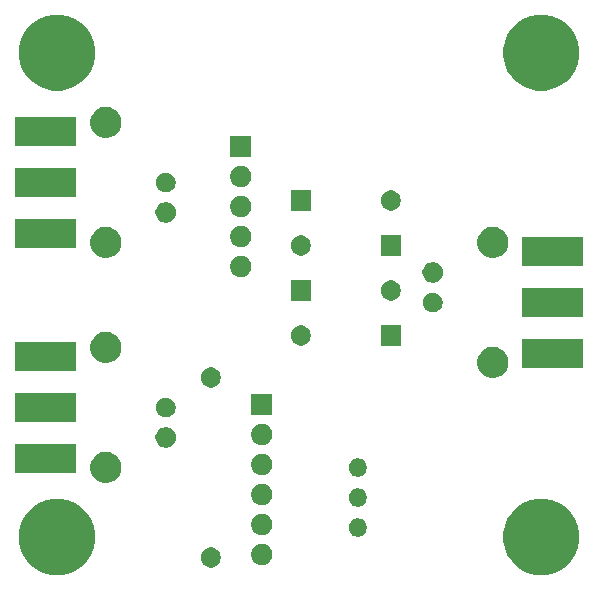
<source format=gts>
G04 #@! TF.GenerationSoftware,KiCad,Pcbnew,(5.1.5)-3*
G04 #@! TF.CreationDate,2021-08-15T10:51:44-04:00*
G04 #@! TF.ProjectId,DIODE-MIXER,44494f44-452d-44d4-9958-45522e6b6963,rev?*
G04 #@! TF.SameCoordinates,Original*
G04 #@! TF.FileFunction,Soldermask,Top*
G04 #@! TF.FilePolarity,Negative*
%FSLAX46Y46*%
G04 Gerber Fmt 4.6, Leading zero omitted, Abs format (unit mm)*
G04 Created by KiCad (PCBNEW (5.1.5)-3) date 2021-08-15 10:51:44*
%MOMM*%
%LPD*%
G04 APERTURE LIST*
%ADD10C,0.150000*%
G04 APERTURE END LIST*
D10*
G36*
X45940932Y-41898166D02*
G01*
X46527990Y-42141333D01*
X47056329Y-42494358D01*
X47505642Y-42943671D01*
X47858667Y-43472010D01*
X48101834Y-44059068D01*
X48225800Y-44682286D01*
X48225800Y-45317714D01*
X48101834Y-45940932D01*
X47858667Y-46527990D01*
X47505642Y-47056329D01*
X47056329Y-47505642D01*
X46527990Y-47858667D01*
X45940932Y-48101834D01*
X45317714Y-48225800D01*
X44682286Y-48225800D01*
X44059068Y-48101834D01*
X43472010Y-47858667D01*
X42943671Y-47505642D01*
X42494358Y-47056329D01*
X42141333Y-46527990D01*
X41898166Y-45940932D01*
X41774200Y-45317714D01*
X41774200Y-44682286D01*
X41898166Y-44059068D01*
X42141333Y-43472010D01*
X42494358Y-42943671D01*
X42943671Y-42494358D01*
X43472010Y-42141333D01*
X44059068Y-41898166D01*
X44682286Y-41774200D01*
X45317714Y-41774200D01*
X45940932Y-41898166D01*
G37*
G36*
X4940932Y-41898166D02*
G01*
X5527990Y-42141333D01*
X6056329Y-42494358D01*
X6505642Y-42943671D01*
X6858667Y-43472010D01*
X7101834Y-44059068D01*
X7225800Y-44682286D01*
X7225800Y-45317714D01*
X7101834Y-45940932D01*
X6858667Y-46527990D01*
X6505642Y-47056329D01*
X6056329Y-47505642D01*
X5527990Y-47858667D01*
X4940932Y-48101834D01*
X4317714Y-48225800D01*
X3682286Y-48225800D01*
X3059068Y-48101834D01*
X2472010Y-47858667D01*
X1943671Y-47505642D01*
X1494358Y-47056329D01*
X1141333Y-46527990D01*
X898166Y-45940932D01*
X774200Y-45317714D01*
X774200Y-44682286D01*
X898166Y-44059068D01*
X1141333Y-43472010D01*
X1494358Y-42943671D01*
X1943671Y-42494358D01*
X2472010Y-42141333D01*
X3059068Y-41898166D01*
X3682286Y-41774200D01*
X4317714Y-41774200D01*
X4940932Y-41898166D01*
G37*
G36*
X17266169Y-45917895D02*
G01*
X17421005Y-45982031D01*
X17560354Y-46075140D01*
X17678860Y-46193646D01*
X17771969Y-46332995D01*
X17836105Y-46487831D01*
X17868800Y-46652203D01*
X17868800Y-46819797D01*
X17836105Y-46984169D01*
X17771969Y-47139005D01*
X17678860Y-47278354D01*
X17560354Y-47396860D01*
X17421005Y-47489969D01*
X17266169Y-47554105D01*
X17101797Y-47586800D01*
X16934203Y-47586800D01*
X16769831Y-47554105D01*
X16614995Y-47489969D01*
X16475646Y-47396860D01*
X16357140Y-47278354D01*
X16264031Y-47139005D01*
X16199895Y-46984169D01*
X16167200Y-46819797D01*
X16167200Y-46652203D01*
X16199895Y-46487831D01*
X16264031Y-46332995D01*
X16357140Y-46193646D01*
X16475646Y-46075140D01*
X16614995Y-45982031D01*
X16769831Y-45917895D01*
X16934203Y-45885200D01*
X17101797Y-45885200D01*
X17266169Y-45917895D01*
G37*
G36*
X21598754Y-45615817D02*
G01*
X21762689Y-45683721D01*
X21910227Y-45782303D01*
X22035697Y-45907773D01*
X22134279Y-46055311D01*
X22202183Y-46219246D01*
X22236800Y-46393279D01*
X22236800Y-46570721D01*
X22202183Y-46744754D01*
X22134279Y-46908689D01*
X22035697Y-47056227D01*
X21910227Y-47181697D01*
X21762689Y-47280279D01*
X21598754Y-47348183D01*
X21424721Y-47382800D01*
X21247279Y-47382800D01*
X21073246Y-47348183D01*
X20909311Y-47280279D01*
X20761773Y-47181697D01*
X20636303Y-47056227D01*
X20537721Y-46908689D01*
X20469817Y-46744754D01*
X20435200Y-46570721D01*
X20435200Y-46393279D01*
X20469817Y-46219246D01*
X20537721Y-46055311D01*
X20636303Y-45907773D01*
X20761773Y-45782303D01*
X20909311Y-45683721D01*
X21073246Y-45615817D01*
X21247279Y-45581200D01*
X21424721Y-45581200D01*
X21598754Y-45615817D01*
G37*
G36*
X29688834Y-43454821D02*
G01*
X29829111Y-43512926D01*
X29955357Y-43597280D01*
X30062720Y-43704643D01*
X30147074Y-43830889D01*
X30205179Y-43971166D01*
X30234800Y-44120083D01*
X30234800Y-44271917D01*
X30205179Y-44420834D01*
X30147074Y-44561111D01*
X30062720Y-44687357D01*
X29955357Y-44794720D01*
X29829111Y-44879074D01*
X29688834Y-44937179D01*
X29539917Y-44966800D01*
X29388083Y-44966800D01*
X29239166Y-44937179D01*
X29098889Y-44879074D01*
X28972643Y-44794720D01*
X28865280Y-44687357D01*
X28780926Y-44561111D01*
X28722821Y-44420834D01*
X28693200Y-44271917D01*
X28693200Y-44120083D01*
X28722821Y-43971166D01*
X28780926Y-43830889D01*
X28865280Y-43704643D01*
X28972643Y-43597280D01*
X29098889Y-43512926D01*
X29239166Y-43454821D01*
X29388083Y-43425200D01*
X29539917Y-43425200D01*
X29688834Y-43454821D01*
G37*
G36*
X21598754Y-43075817D02*
G01*
X21762689Y-43143721D01*
X21910227Y-43242303D01*
X22035697Y-43367773D01*
X22134279Y-43515311D01*
X22202183Y-43679246D01*
X22236800Y-43853279D01*
X22236800Y-44030721D01*
X22202183Y-44204754D01*
X22134279Y-44368689D01*
X22035697Y-44516227D01*
X21910227Y-44641697D01*
X21762689Y-44740279D01*
X21598754Y-44808183D01*
X21424721Y-44842800D01*
X21247279Y-44842800D01*
X21073246Y-44808183D01*
X20909311Y-44740279D01*
X20761773Y-44641697D01*
X20636303Y-44516227D01*
X20537721Y-44368689D01*
X20469817Y-44204754D01*
X20435200Y-44030721D01*
X20435200Y-43853279D01*
X20469817Y-43679246D01*
X20537721Y-43515311D01*
X20636303Y-43367773D01*
X20761773Y-43242303D01*
X20909311Y-43143721D01*
X21073246Y-43075817D01*
X21247279Y-43041200D01*
X21424721Y-43041200D01*
X21598754Y-43075817D01*
G37*
G36*
X29688834Y-40914821D02*
G01*
X29829111Y-40972926D01*
X29955357Y-41057280D01*
X30062720Y-41164643D01*
X30147074Y-41290889D01*
X30205179Y-41431166D01*
X30234800Y-41580083D01*
X30234800Y-41731917D01*
X30205179Y-41880834D01*
X30147074Y-42021111D01*
X30062720Y-42147357D01*
X29955357Y-42254720D01*
X29829111Y-42339074D01*
X29688834Y-42397179D01*
X29539917Y-42426800D01*
X29388083Y-42426800D01*
X29239166Y-42397179D01*
X29098889Y-42339074D01*
X28972643Y-42254720D01*
X28865280Y-42147357D01*
X28780926Y-42021111D01*
X28722821Y-41880834D01*
X28693200Y-41731917D01*
X28693200Y-41580083D01*
X28722821Y-41431166D01*
X28780926Y-41290889D01*
X28865280Y-41164643D01*
X28972643Y-41057280D01*
X29098889Y-40972926D01*
X29239166Y-40914821D01*
X29388083Y-40885200D01*
X29539917Y-40885200D01*
X29688834Y-40914821D01*
G37*
G36*
X21598754Y-40535817D02*
G01*
X21762689Y-40603721D01*
X21910227Y-40702303D01*
X22035697Y-40827773D01*
X22134279Y-40975311D01*
X22202183Y-41139246D01*
X22236800Y-41313279D01*
X22236800Y-41490721D01*
X22202183Y-41664754D01*
X22134279Y-41828689D01*
X22035697Y-41976227D01*
X21910227Y-42101697D01*
X21762689Y-42200279D01*
X21598754Y-42268183D01*
X21424721Y-42302800D01*
X21247279Y-42302800D01*
X21073246Y-42268183D01*
X20909311Y-42200279D01*
X20761773Y-42101697D01*
X20636303Y-41976227D01*
X20537721Y-41828689D01*
X20469817Y-41664754D01*
X20435200Y-41490721D01*
X20435200Y-41313279D01*
X20469817Y-41139246D01*
X20537721Y-40975311D01*
X20636303Y-40827773D01*
X20761773Y-40702303D01*
X20909311Y-40603721D01*
X21073246Y-40535817D01*
X21247279Y-40501200D01*
X21424721Y-40501200D01*
X21598754Y-40535817D01*
G37*
G36*
X8513264Y-37845957D02*
G01*
X8753634Y-37945521D01*
X8969963Y-38090068D01*
X9153932Y-38274037D01*
X9298479Y-38490366D01*
X9398043Y-38730736D01*
X9448800Y-38985912D01*
X9448800Y-39246088D01*
X9398043Y-39501264D01*
X9298479Y-39741634D01*
X9153932Y-39957963D01*
X8969963Y-40141932D01*
X8753634Y-40286479D01*
X8513264Y-40386043D01*
X8258088Y-40436800D01*
X7997912Y-40436800D01*
X7742736Y-40386043D01*
X7502366Y-40286479D01*
X7286037Y-40141932D01*
X7102068Y-39957963D01*
X6957521Y-39741634D01*
X6857957Y-39501264D01*
X6807200Y-39246088D01*
X6807200Y-38985912D01*
X6857957Y-38730736D01*
X6957521Y-38490366D01*
X7102068Y-38274037D01*
X7286037Y-38090068D01*
X7502366Y-37945521D01*
X7742736Y-37845957D01*
X7997912Y-37795200D01*
X8258088Y-37795200D01*
X8513264Y-37845957D01*
G37*
G36*
X29688834Y-38374821D02*
G01*
X29829111Y-38432926D01*
X29955357Y-38517280D01*
X30062720Y-38624643D01*
X30147074Y-38750889D01*
X30205179Y-38891166D01*
X30234800Y-39040083D01*
X30234800Y-39191917D01*
X30205179Y-39340834D01*
X30147074Y-39481111D01*
X30062720Y-39607357D01*
X29955357Y-39714720D01*
X29829111Y-39799074D01*
X29688834Y-39857179D01*
X29539917Y-39886800D01*
X29388083Y-39886800D01*
X29239166Y-39857179D01*
X29098889Y-39799074D01*
X28972643Y-39714720D01*
X28865280Y-39607357D01*
X28780926Y-39481111D01*
X28722821Y-39340834D01*
X28693200Y-39191917D01*
X28693200Y-39040083D01*
X28722821Y-38891166D01*
X28780926Y-38750889D01*
X28865280Y-38624643D01*
X28972643Y-38517280D01*
X29098889Y-38432926D01*
X29239166Y-38374821D01*
X29388083Y-38345200D01*
X29539917Y-38345200D01*
X29688834Y-38374821D01*
G37*
G36*
X21598754Y-37995817D02*
G01*
X21762689Y-38063721D01*
X21910227Y-38162303D01*
X22035697Y-38287773D01*
X22134279Y-38435311D01*
X22202183Y-38599246D01*
X22236800Y-38773279D01*
X22236800Y-38950721D01*
X22202183Y-39124754D01*
X22134279Y-39288689D01*
X22035697Y-39436227D01*
X21910227Y-39561697D01*
X21762689Y-39660279D01*
X21598754Y-39728183D01*
X21424721Y-39762800D01*
X21247279Y-39762800D01*
X21073246Y-39728183D01*
X20909311Y-39660279D01*
X20761773Y-39561697D01*
X20636303Y-39436227D01*
X20537721Y-39288689D01*
X20469817Y-39124754D01*
X20435200Y-38950721D01*
X20435200Y-38773279D01*
X20469817Y-38599246D01*
X20537721Y-38435311D01*
X20636303Y-38287773D01*
X20761773Y-38162303D01*
X20909311Y-38063721D01*
X21073246Y-37995817D01*
X21247279Y-37961200D01*
X21424721Y-37961200D01*
X21598754Y-37995817D01*
G37*
G36*
X5638800Y-39611300D02*
G01*
X457200Y-39611300D01*
X457200Y-37096700D01*
X5638800Y-37096700D01*
X5638800Y-39611300D01*
G37*
G36*
X13463608Y-35733376D02*
G01*
X13623084Y-35799432D01*
X13766610Y-35895334D01*
X13888666Y-36017390D01*
X13984568Y-36160916D01*
X14050624Y-36320392D01*
X14084300Y-36489692D01*
X14084300Y-36662308D01*
X14050624Y-36831608D01*
X13984568Y-36991084D01*
X13888666Y-37134610D01*
X13766610Y-37256666D01*
X13623084Y-37352568D01*
X13463608Y-37418624D01*
X13294308Y-37452300D01*
X13121692Y-37452300D01*
X12952392Y-37418624D01*
X12792916Y-37352568D01*
X12649390Y-37256666D01*
X12527334Y-37134610D01*
X12431432Y-36991084D01*
X12365376Y-36831608D01*
X12331700Y-36662308D01*
X12331700Y-36489692D01*
X12365376Y-36320392D01*
X12431432Y-36160916D01*
X12527334Y-36017390D01*
X12649390Y-35895334D01*
X12792916Y-35799432D01*
X12952392Y-35733376D01*
X13121692Y-35699700D01*
X13294308Y-35699700D01*
X13463608Y-35733376D01*
G37*
G36*
X21598754Y-35455817D02*
G01*
X21762689Y-35523721D01*
X21910227Y-35622303D01*
X22035697Y-35747773D01*
X22134279Y-35895311D01*
X22202183Y-36059246D01*
X22236800Y-36233279D01*
X22236800Y-36410721D01*
X22202183Y-36584754D01*
X22134279Y-36748689D01*
X22035697Y-36896227D01*
X21910227Y-37021697D01*
X21762689Y-37120279D01*
X21598754Y-37188183D01*
X21424721Y-37222800D01*
X21247279Y-37222800D01*
X21073246Y-37188183D01*
X20909311Y-37120279D01*
X20761773Y-37021697D01*
X20636303Y-36896227D01*
X20537721Y-36748689D01*
X20469817Y-36584754D01*
X20435200Y-36410721D01*
X20435200Y-36233279D01*
X20469817Y-36059246D01*
X20537721Y-35895311D01*
X20636303Y-35747773D01*
X20761773Y-35622303D01*
X20909311Y-35523721D01*
X21073246Y-35455817D01*
X21247279Y-35421200D01*
X21424721Y-35421200D01*
X21598754Y-35455817D01*
G37*
G36*
X5638800Y-35229800D02*
G01*
X457200Y-35229800D01*
X457200Y-32842200D01*
X5638800Y-32842200D01*
X5638800Y-35229800D01*
G37*
G36*
X13452494Y-33230011D02*
G01*
X13605037Y-33293197D01*
X13742322Y-33384927D01*
X13859073Y-33501678D01*
X13950803Y-33638963D01*
X14013989Y-33791506D01*
X14046200Y-33953444D01*
X14046200Y-34118556D01*
X14013989Y-34280494D01*
X13950803Y-34433037D01*
X13859073Y-34570322D01*
X13742322Y-34687073D01*
X13605037Y-34778803D01*
X13452494Y-34841989D01*
X13290556Y-34874200D01*
X13125444Y-34874200D01*
X12963506Y-34841989D01*
X12810963Y-34778803D01*
X12673678Y-34687073D01*
X12556927Y-34570322D01*
X12465197Y-34433037D01*
X12402011Y-34280494D01*
X12369800Y-34118556D01*
X12369800Y-33953444D01*
X12402011Y-33791506D01*
X12465197Y-33638963D01*
X12556927Y-33501678D01*
X12673678Y-33384927D01*
X12810963Y-33293197D01*
X12963506Y-33230011D01*
X13125444Y-33197800D01*
X13290556Y-33197800D01*
X13452494Y-33230011D01*
G37*
G36*
X22236800Y-34682800D02*
G01*
X20435200Y-34682800D01*
X20435200Y-32881200D01*
X22236800Y-32881200D01*
X22236800Y-34682800D01*
G37*
G36*
X17266169Y-30677895D02*
G01*
X17421005Y-30742031D01*
X17560354Y-30835140D01*
X17678860Y-30953646D01*
X17771969Y-31092995D01*
X17836105Y-31247831D01*
X17868800Y-31412203D01*
X17868800Y-31579797D01*
X17836105Y-31744169D01*
X17771969Y-31899005D01*
X17678860Y-32038354D01*
X17560354Y-32156860D01*
X17421005Y-32249969D01*
X17266169Y-32314105D01*
X17101797Y-32346800D01*
X16934203Y-32346800D01*
X16769831Y-32314105D01*
X16614995Y-32249969D01*
X16475646Y-32156860D01*
X16357140Y-32038354D01*
X16264031Y-31899005D01*
X16199895Y-31744169D01*
X16167200Y-31579797D01*
X16167200Y-31412203D01*
X16199895Y-31247831D01*
X16264031Y-31092995D01*
X16357140Y-30953646D01*
X16475646Y-30835140D01*
X16614995Y-30742031D01*
X16769831Y-30677895D01*
X16934203Y-30645200D01*
X17101797Y-30645200D01*
X17266169Y-30677895D01*
G37*
G36*
X41279264Y-28955957D02*
G01*
X41519634Y-29055521D01*
X41735963Y-29200068D01*
X41919932Y-29384037D01*
X42064479Y-29600366D01*
X42164043Y-29840736D01*
X42214800Y-30095912D01*
X42214800Y-30356088D01*
X42164043Y-30611264D01*
X42064479Y-30851634D01*
X41919932Y-31067963D01*
X41735963Y-31251932D01*
X41519634Y-31396479D01*
X41279264Y-31496043D01*
X41024088Y-31546800D01*
X40763912Y-31546800D01*
X40508736Y-31496043D01*
X40268366Y-31396479D01*
X40052037Y-31251932D01*
X39868068Y-31067963D01*
X39723521Y-30851634D01*
X39623957Y-30611264D01*
X39573200Y-30356088D01*
X39573200Y-30095912D01*
X39623957Y-29840736D01*
X39723521Y-29600366D01*
X39868068Y-29384037D01*
X40052037Y-29200068D01*
X40268366Y-29055521D01*
X40508736Y-28955957D01*
X40763912Y-28905200D01*
X41024088Y-28905200D01*
X41279264Y-28955957D01*
G37*
G36*
X5638800Y-30975300D02*
G01*
X457200Y-30975300D01*
X457200Y-28460700D01*
X5638800Y-28460700D01*
X5638800Y-30975300D01*
G37*
G36*
X48564800Y-30721300D02*
G01*
X43383200Y-30721300D01*
X43383200Y-28206700D01*
X48564800Y-28206700D01*
X48564800Y-30721300D01*
G37*
G36*
X8513264Y-27685957D02*
G01*
X8753634Y-27785521D01*
X8969963Y-27930068D01*
X9153932Y-28114037D01*
X9298479Y-28330366D01*
X9398043Y-28570736D01*
X9448800Y-28825912D01*
X9448800Y-29086088D01*
X9398043Y-29341264D01*
X9298479Y-29581634D01*
X9153932Y-29797963D01*
X8969963Y-29981932D01*
X8753634Y-30126479D01*
X8513264Y-30226043D01*
X8258088Y-30276800D01*
X7997912Y-30276800D01*
X7742736Y-30226043D01*
X7502366Y-30126479D01*
X7286037Y-29981932D01*
X7102068Y-29797963D01*
X6957521Y-29581634D01*
X6857957Y-29341264D01*
X6807200Y-29086088D01*
X6807200Y-28825912D01*
X6857957Y-28570736D01*
X6957521Y-28330366D01*
X7102068Y-28114037D01*
X7286037Y-27930068D01*
X7502366Y-27785521D01*
X7742736Y-27685957D01*
X7997912Y-27635200D01*
X8258088Y-27635200D01*
X8513264Y-27685957D01*
G37*
G36*
X24886169Y-27121895D02*
G01*
X25041005Y-27186031D01*
X25180354Y-27279140D01*
X25298860Y-27397646D01*
X25391969Y-27536995D01*
X25456105Y-27691831D01*
X25488800Y-27856203D01*
X25488800Y-28023797D01*
X25456105Y-28188169D01*
X25391969Y-28343005D01*
X25298860Y-28482354D01*
X25180354Y-28600860D01*
X25041005Y-28693969D01*
X24886169Y-28758105D01*
X24721797Y-28790800D01*
X24554203Y-28790800D01*
X24389831Y-28758105D01*
X24234995Y-28693969D01*
X24095646Y-28600860D01*
X23977140Y-28482354D01*
X23884031Y-28343005D01*
X23819895Y-28188169D01*
X23787200Y-28023797D01*
X23787200Y-27856203D01*
X23819895Y-27691831D01*
X23884031Y-27536995D01*
X23977140Y-27397646D01*
X24095646Y-27279140D01*
X24234995Y-27186031D01*
X24389831Y-27121895D01*
X24554203Y-27089200D01*
X24721797Y-27089200D01*
X24886169Y-27121895D01*
G37*
G36*
X33108800Y-28790800D02*
G01*
X31407200Y-28790800D01*
X31407200Y-27089200D01*
X33108800Y-27089200D01*
X33108800Y-28790800D01*
G37*
G36*
X48564800Y-26339800D02*
G01*
X43383200Y-26339800D01*
X43383200Y-23952200D01*
X48564800Y-23952200D01*
X48564800Y-26339800D01*
G37*
G36*
X36058494Y-24340011D02*
G01*
X36211037Y-24403197D01*
X36348322Y-24494927D01*
X36465073Y-24611678D01*
X36556803Y-24748963D01*
X36619989Y-24901506D01*
X36652200Y-25063444D01*
X36652200Y-25228556D01*
X36619989Y-25390494D01*
X36556803Y-25543037D01*
X36465073Y-25680322D01*
X36348322Y-25797073D01*
X36211037Y-25888803D01*
X36058494Y-25951989D01*
X35896556Y-25984200D01*
X35731444Y-25984200D01*
X35569506Y-25951989D01*
X35416963Y-25888803D01*
X35279678Y-25797073D01*
X35162927Y-25680322D01*
X35071197Y-25543037D01*
X35008011Y-25390494D01*
X34975800Y-25228556D01*
X34975800Y-25063444D01*
X35008011Y-24901506D01*
X35071197Y-24748963D01*
X35162927Y-24611678D01*
X35279678Y-24494927D01*
X35416963Y-24403197D01*
X35569506Y-24340011D01*
X35731444Y-24307800D01*
X35896556Y-24307800D01*
X36058494Y-24340011D01*
G37*
G36*
X32506169Y-23311895D02*
G01*
X32661005Y-23376031D01*
X32800354Y-23469140D01*
X32918860Y-23587646D01*
X33011969Y-23726995D01*
X33076105Y-23881831D01*
X33108800Y-24046203D01*
X33108800Y-24213797D01*
X33076105Y-24378169D01*
X33011969Y-24533005D01*
X32918860Y-24672354D01*
X32800354Y-24790860D01*
X32661005Y-24883969D01*
X32506169Y-24948105D01*
X32341797Y-24980800D01*
X32174203Y-24980800D01*
X32009831Y-24948105D01*
X31854995Y-24883969D01*
X31715646Y-24790860D01*
X31597140Y-24672354D01*
X31504031Y-24533005D01*
X31439895Y-24378169D01*
X31407200Y-24213797D01*
X31407200Y-24046203D01*
X31439895Y-23881831D01*
X31504031Y-23726995D01*
X31597140Y-23587646D01*
X31715646Y-23469140D01*
X31854995Y-23376031D01*
X32009831Y-23311895D01*
X32174203Y-23279200D01*
X32341797Y-23279200D01*
X32506169Y-23311895D01*
G37*
G36*
X25488800Y-24980800D02*
G01*
X23787200Y-24980800D01*
X23787200Y-23279200D01*
X25488800Y-23279200D01*
X25488800Y-24980800D01*
G37*
G36*
X36069608Y-21763376D02*
G01*
X36229084Y-21829432D01*
X36372610Y-21925334D01*
X36494666Y-22047390D01*
X36590568Y-22190916D01*
X36656624Y-22350392D01*
X36690300Y-22519692D01*
X36690300Y-22692308D01*
X36656624Y-22861608D01*
X36590568Y-23021084D01*
X36494666Y-23164610D01*
X36372610Y-23286666D01*
X36229084Y-23382568D01*
X36069608Y-23448624D01*
X35900308Y-23482300D01*
X35727692Y-23482300D01*
X35558392Y-23448624D01*
X35398916Y-23382568D01*
X35255390Y-23286666D01*
X35133334Y-23164610D01*
X35037432Y-23021084D01*
X34971376Y-22861608D01*
X34937700Y-22692308D01*
X34937700Y-22519692D01*
X34971376Y-22350392D01*
X35037432Y-22190916D01*
X35133334Y-22047390D01*
X35255390Y-21925334D01*
X35398916Y-21829432D01*
X35558392Y-21763376D01*
X35727692Y-21729700D01*
X35900308Y-21729700D01*
X36069608Y-21763376D01*
G37*
G36*
X19820754Y-21231817D02*
G01*
X19984689Y-21299721D01*
X20132227Y-21398303D01*
X20257697Y-21523773D01*
X20356279Y-21671311D01*
X20424183Y-21835246D01*
X20458800Y-22009279D01*
X20458800Y-22186721D01*
X20424183Y-22360754D01*
X20356279Y-22524689D01*
X20257697Y-22672227D01*
X20132227Y-22797697D01*
X19984689Y-22896279D01*
X19820754Y-22964183D01*
X19646721Y-22998800D01*
X19469279Y-22998800D01*
X19295246Y-22964183D01*
X19131311Y-22896279D01*
X18983773Y-22797697D01*
X18858303Y-22672227D01*
X18759721Y-22524689D01*
X18691817Y-22360754D01*
X18657200Y-22186721D01*
X18657200Y-22009279D01*
X18691817Y-21835246D01*
X18759721Y-21671311D01*
X18858303Y-21523773D01*
X18983773Y-21398303D01*
X19131311Y-21299721D01*
X19295246Y-21231817D01*
X19469279Y-21197200D01*
X19646721Y-21197200D01*
X19820754Y-21231817D01*
G37*
G36*
X48564800Y-22085300D02*
G01*
X43383200Y-22085300D01*
X43383200Y-19570700D01*
X48564800Y-19570700D01*
X48564800Y-22085300D01*
G37*
G36*
X41279264Y-18795957D02*
G01*
X41519634Y-18895521D01*
X41735963Y-19040068D01*
X41919932Y-19224037D01*
X42064479Y-19440366D01*
X42164043Y-19680736D01*
X42214800Y-19935912D01*
X42214800Y-20196088D01*
X42164043Y-20451264D01*
X42064479Y-20691634D01*
X41919932Y-20907963D01*
X41735963Y-21091932D01*
X41519634Y-21236479D01*
X41279264Y-21336043D01*
X41024088Y-21386800D01*
X40763912Y-21386800D01*
X40508736Y-21336043D01*
X40268366Y-21236479D01*
X40052037Y-21091932D01*
X39868068Y-20907963D01*
X39723521Y-20691634D01*
X39623957Y-20451264D01*
X39573200Y-20196088D01*
X39573200Y-19935912D01*
X39623957Y-19680736D01*
X39723521Y-19440366D01*
X39868068Y-19224037D01*
X40052037Y-19040068D01*
X40268366Y-18895521D01*
X40508736Y-18795957D01*
X40763912Y-18745200D01*
X41024088Y-18745200D01*
X41279264Y-18795957D01*
G37*
G36*
X8513264Y-18795957D02*
G01*
X8753634Y-18895521D01*
X8969963Y-19040068D01*
X9153932Y-19224037D01*
X9298479Y-19440366D01*
X9398043Y-19680736D01*
X9448800Y-19935912D01*
X9448800Y-20196088D01*
X9398043Y-20451264D01*
X9298479Y-20691634D01*
X9153932Y-20907963D01*
X8969963Y-21091932D01*
X8753634Y-21236479D01*
X8513264Y-21336043D01*
X8258088Y-21386800D01*
X7997912Y-21386800D01*
X7742736Y-21336043D01*
X7502366Y-21236479D01*
X7286037Y-21091932D01*
X7102068Y-20907963D01*
X6957521Y-20691634D01*
X6857957Y-20451264D01*
X6807200Y-20196088D01*
X6807200Y-19935912D01*
X6857957Y-19680736D01*
X6957521Y-19440366D01*
X7102068Y-19224037D01*
X7286037Y-19040068D01*
X7502366Y-18895521D01*
X7742736Y-18795957D01*
X7997912Y-18745200D01*
X8258088Y-18745200D01*
X8513264Y-18795957D01*
G37*
G36*
X24886169Y-19501895D02*
G01*
X25041005Y-19566031D01*
X25180354Y-19659140D01*
X25298860Y-19777646D01*
X25391969Y-19916995D01*
X25456105Y-20071831D01*
X25488800Y-20236203D01*
X25488800Y-20403797D01*
X25456105Y-20568169D01*
X25391969Y-20723005D01*
X25298860Y-20862354D01*
X25180354Y-20980860D01*
X25041005Y-21073969D01*
X24886169Y-21138105D01*
X24721797Y-21170800D01*
X24554203Y-21170800D01*
X24389831Y-21138105D01*
X24234995Y-21073969D01*
X24095646Y-20980860D01*
X23977140Y-20862354D01*
X23884031Y-20723005D01*
X23819895Y-20568169D01*
X23787200Y-20403797D01*
X23787200Y-20236203D01*
X23819895Y-20071831D01*
X23884031Y-19916995D01*
X23977140Y-19777646D01*
X24095646Y-19659140D01*
X24234995Y-19566031D01*
X24389831Y-19501895D01*
X24554203Y-19469200D01*
X24721797Y-19469200D01*
X24886169Y-19501895D01*
G37*
G36*
X33108800Y-21170800D02*
G01*
X31407200Y-21170800D01*
X31407200Y-19469200D01*
X33108800Y-19469200D01*
X33108800Y-21170800D01*
G37*
G36*
X5638800Y-20561300D02*
G01*
X457200Y-20561300D01*
X457200Y-18046700D01*
X5638800Y-18046700D01*
X5638800Y-20561300D01*
G37*
G36*
X19820754Y-18691817D02*
G01*
X19984689Y-18759721D01*
X20132227Y-18858303D01*
X20257697Y-18983773D01*
X20356279Y-19131311D01*
X20424183Y-19295246D01*
X20458800Y-19469279D01*
X20458800Y-19646721D01*
X20424183Y-19820754D01*
X20356279Y-19984689D01*
X20257697Y-20132227D01*
X20132227Y-20257697D01*
X19984689Y-20356279D01*
X19820754Y-20424183D01*
X19646721Y-20458800D01*
X19469279Y-20458800D01*
X19295246Y-20424183D01*
X19131311Y-20356279D01*
X18983773Y-20257697D01*
X18858303Y-20132227D01*
X18759721Y-19984689D01*
X18691817Y-19820754D01*
X18657200Y-19646721D01*
X18657200Y-19469279D01*
X18691817Y-19295246D01*
X18759721Y-19131311D01*
X18858303Y-18983773D01*
X18983773Y-18858303D01*
X19131311Y-18759721D01*
X19295246Y-18691817D01*
X19469279Y-18657200D01*
X19646721Y-18657200D01*
X19820754Y-18691817D01*
G37*
G36*
X13463608Y-16683376D02*
G01*
X13623084Y-16749432D01*
X13766610Y-16845334D01*
X13888666Y-16967390D01*
X13984568Y-17110916D01*
X14050624Y-17270392D01*
X14084300Y-17439692D01*
X14084300Y-17612308D01*
X14050624Y-17781608D01*
X13984568Y-17941084D01*
X13888666Y-18084610D01*
X13766610Y-18206666D01*
X13623084Y-18302568D01*
X13463608Y-18368624D01*
X13294308Y-18402300D01*
X13121692Y-18402300D01*
X12952392Y-18368624D01*
X12792916Y-18302568D01*
X12649390Y-18206666D01*
X12527334Y-18084610D01*
X12431432Y-17941084D01*
X12365376Y-17781608D01*
X12331700Y-17612308D01*
X12331700Y-17439692D01*
X12365376Y-17270392D01*
X12431432Y-17110916D01*
X12527334Y-16967390D01*
X12649390Y-16845334D01*
X12792916Y-16749432D01*
X12952392Y-16683376D01*
X13121692Y-16649700D01*
X13294308Y-16649700D01*
X13463608Y-16683376D01*
G37*
G36*
X19820754Y-16151817D02*
G01*
X19984689Y-16219721D01*
X20132227Y-16318303D01*
X20257697Y-16443773D01*
X20356279Y-16591311D01*
X20424183Y-16755246D01*
X20458800Y-16929279D01*
X20458800Y-17106721D01*
X20424183Y-17280754D01*
X20356279Y-17444689D01*
X20257697Y-17592227D01*
X20132227Y-17717697D01*
X19984689Y-17816279D01*
X19820754Y-17884183D01*
X19646721Y-17918800D01*
X19469279Y-17918800D01*
X19295246Y-17884183D01*
X19131311Y-17816279D01*
X18983773Y-17717697D01*
X18858303Y-17592227D01*
X18759721Y-17444689D01*
X18691817Y-17280754D01*
X18657200Y-17106721D01*
X18657200Y-16929279D01*
X18691817Y-16755246D01*
X18759721Y-16591311D01*
X18858303Y-16443773D01*
X18983773Y-16318303D01*
X19131311Y-16219721D01*
X19295246Y-16151817D01*
X19469279Y-16117200D01*
X19646721Y-16117200D01*
X19820754Y-16151817D01*
G37*
G36*
X32506169Y-15691895D02*
G01*
X32661005Y-15756031D01*
X32800354Y-15849140D01*
X32918860Y-15967646D01*
X33011969Y-16106995D01*
X33076105Y-16261831D01*
X33108800Y-16426203D01*
X33108800Y-16593797D01*
X33076105Y-16758169D01*
X33011969Y-16913005D01*
X32918860Y-17052354D01*
X32800354Y-17170860D01*
X32661005Y-17263969D01*
X32506169Y-17328105D01*
X32341797Y-17360800D01*
X32174203Y-17360800D01*
X32009831Y-17328105D01*
X31854995Y-17263969D01*
X31715646Y-17170860D01*
X31597140Y-17052354D01*
X31504031Y-16913005D01*
X31439895Y-16758169D01*
X31407200Y-16593797D01*
X31407200Y-16426203D01*
X31439895Y-16261831D01*
X31504031Y-16106995D01*
X31597140Y-15967646D01*
X31715646Y-15849140D01*
X31854995Y-15756031D01*
X32009831Y-15691895D01*
X32174203Y-15659200D01*
X32341797Y-15659200D01*
X32506169Y-15691895D01*
G37*
G36*
X25488800Y-17360800D02*
G01*
X23787200Y-17360800D01*
X23787200Y-15659200D01*
X25488800Y-15659200D01*
X25488800Y-17360800D01*
G37*
G36*
X5638800Y-16179800D02*
G01*
X457200Y-16179800D01*
X457200Y-13792200D01*
X5638800Y-13792200D01*
X5638800Y-16179800D01*
G37*
G36*
X13452494Y-14180011D02*
G01*
X13605037Y-14243197D01*
X13742322Y-14334927D01*
X13859073Y-14451678D01*
X13950803Y-14588963D01*
X14013989Y-14741506D01*
X14046200Y-14903444D01*
X14046200Y-15068556D01*
X14013989Y-15230494D01*
X13950803Y-15383037D01*
X13859073Y-15520322D01*
X13742322Y-15637073D01*
X13605037Y-15728803D01*
X13452494Y-15791989D01*
X13290556Y-15824200D01*
X13125444Y-15824200D01*
X12963506Y-15791989D01*
X12810963Y-15728803D01*
X12673678Y-15637073D01*
X12556927Y-15520322D01*
X12465197Y-15383037D01*
X12402011Y-15230494D01*
X12369800Y-15068556D01*
X12369800Y-14903444D01*
X12402011Y-14741506D01*
X12465197Y-14588963D01*
X12556927Y-14451678D01*
X12673678Y-14334927D01*
X12810963Y-14243197D01*
X12963506Y-14180011D01*
X13125444Y-14147800D01*
X13290556Y-14147800D01*
X13452494Y-14180011D01*
G37*
G36*
X19820754Y-13611817D02*
G01*
X19984689Y-13679721D01*
X20132227Y-13778303D01*
X20257697Y-13903773D01*
X20356279Y-14051311D01*
X20424183Y-14215246D01*
X20458800Y-14389279D01*
X20458800Y-14566721D01*
X20424183Y-14740754D01*
X20356279Y-14904689D01*
X20257697Y-15052227D01*
X20132227Y-15177697D01*
X19984689Y-15276279D01*
X19820754Y-15344183D01*
X19646721Y-15378800D01*
X19469279Y-15378800D01*
X19295246Y-15344183D01*
X19131311Y-15276279D01*
X18983773Y-15177697D01*
X18858303Y-15052227D01*
X18759721Y-14904689D01*
X18691817Y-14740754D01*
X18657200Y-14566721D01*
X18657200Y-14389279D01*
X18691817Y-14215246D01*
X18759721Y-14051311D01*
X18858303Y-13903773D01*
X18983773Y-13778303D01*
X19131311Y-13679721D01*
X19295246Y-13611817D01*
X19469279Y-13577200D01*
X19646721Y-13577200D01*
X19820754Y-13611817D01*
G37*
G36*
X20458800Y-12838800D02*
G01*
X18657200Y-12838800D01*
X18657200Y-11037200D01*
X20458800Y-11037200D01*
X20458800Y-12838800D01*
G37*
G36*
X5638800Y-11925300D02*
G01*
X457200Y-11925300D01*
X457200Y-9410700D01*
X5638800Y-9410700D01*
X5638800Y-11925300D01*
G37*
G36*
X8513264Y-8635957D02*
G01*
X8753634Y-8735521D01*
X8969963Y-8880068D01*
X9153932Y-9064037D01*
X9298479Y-9280366D01*
X9398043Y-9520736D01*
X9448800Y-9775912D01*
X9448800Y-10036088D01*
X9398043Y-10291264D01*
X9298479Y-10531634D01*
X9153932Y-10747963D01*
X8969963Y-10931932D01*
X8753634Y-11076479D01*
X8513264Y-11176043D01*
X8258088Y-11226800D01*
X7997912Y-11226800D01*
X7742736Y-11176043D01*
X7502366Y-11076479D01*
X7286037Y-10931932D01*
X7102068Y-10747963D01*
X6957521Y-10531634D01*
X6857957Y-10291264D01*
X6807200Y-10036088D01*
X6807200Y-9775912D01*
X6857957Y-9520736D01*
X6957521Y-9280366D01*
X7102068Y-9064037D01*
X7286037Y-8880068D01*
X7502366Y-8735521D01*
X7742736Y-8635957D01*
X7997912Y-8585200D01*
X8258088Y-8585200D01*
X8513264Y-8635957D01*
G37*
G36*
X45940932Y-898166D02*
G01*
X46527990Y-1141333D01*
X47056329Y-1494358D01*
X47505642Y-1943671D01*
X47858667Y-2472010D01*
X48101834Y-3059068D01*
X48225800Y-3682286D01*
X48225800Y-4317714D01*
X48101834Y-4940932D01*
X47858667Y-5527990D01*
X47505642Y-6056329D01*
X47056329Y-6505642D01*
X46527990Y-6858667D01*
X45940932Y-7101834D01*
X45317714Y-7225800D01*
X44682286Y-7225800D01*
X44059068Y-7101834D01*
X43472010Y-6858667D01*
X42943671Y-6505642D01*
X42494358Y-6056329D01*
X42141333Y-5527990D01*
X41898166Y-4940932D01*
X41774200Y-4317714D01*
X41774200Y-3682286D01*
X41898166Y-3059068D01*
X42141333Y-2472010D01*
X42494358Y-1943671D01*
X42943671Y-1494358D01*
X43472010Y-1141333D01*
X44059068Y-898166D01*
X44682286Y-774200D01*
X45317714Y-774200D01*
X45940932Y-898166D01*
G37*
G36*
X4940932Y-898166D02*
G01*
X5527990Y-1141333D01*
X6056329Y-1494358D01*
X6505642Y-1943671D01*
X6858667Y-2472010D01*
X7101834Y-3059068D01*
X7225800Y-3682286D01*
X7225800Y-4317714D01*
X7101834Y-4940932D01*
X6858667Y-5527990D01*
X6505642Y-6056329D01*
X6056329Y-6505642D01*
X5527990Y-6858667D01*
X4940932Y-7101834D01*
X4317714Y-7225800D01*
X3682286Y-7225800D01*
X3059068Y-7101834D01*
X2472010Y-6858667D01*
X1943671Y-6505642D01*
X1494358Y-6056329D01*
X1141333Y-5527990D01*
X898166Y-4940932D01*
X774200Y-4317714D01*
X774200Y-3682286D01*
X898166Y-3059068D01*
X1141333Y-2472010D01*
X1494358Y-1943671D01*
X1943671Y-1494358D01*
X2472010Y-1141333D01*
X3059068Y-898166D01*
X3682286Y-774200D01*
X4317714Y-774200D01*
X4940932Y-898166D01*
G37*
M02*

</source>
